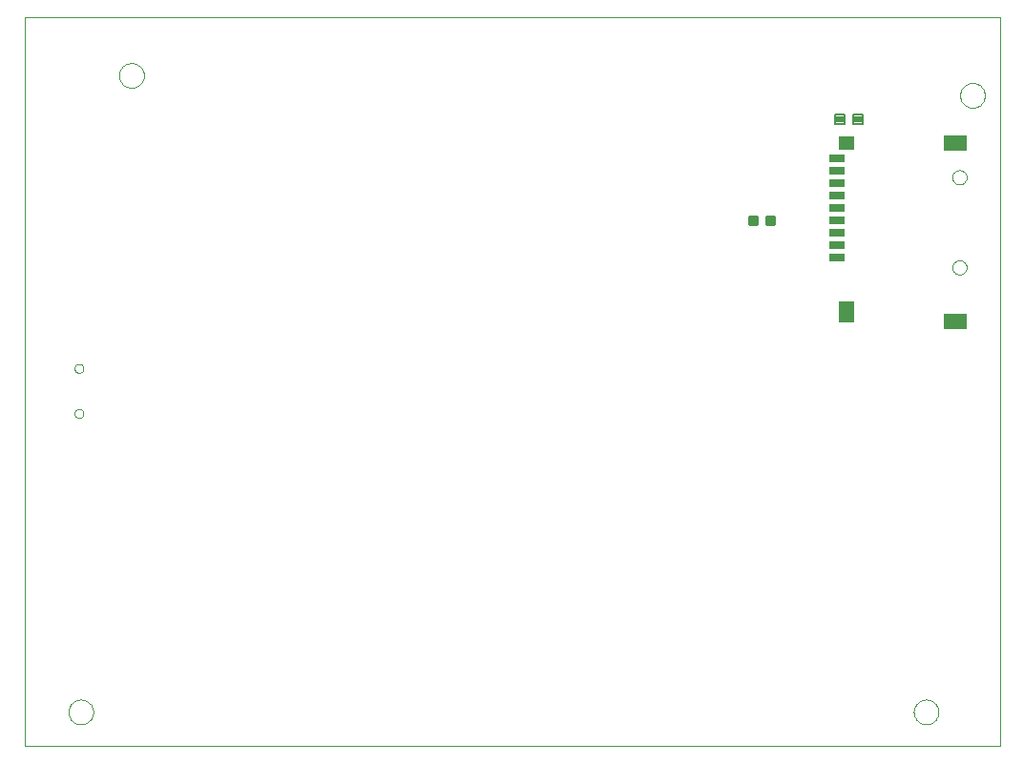
<source format=gbp>
G75*
%MOIN*%
%OFA0B0*%
%FSLAX24Y24*%
%IPPOS*%
%LPD*%
%AMOC8*
5,1,8,0,0,1.08239X$1,22.5*
%
%ADD10C,0.0000*%
%ADD11R,0.0787X0.0551*%
%ADD12R,0.0551X0.0504*%
%ADD13R,0.0551X0.0768*%
%ADD14R,0.0551X0.0276*%
%ADD15C,0.0088*%
%ADD16C,0.0079*%
D10*
X004935Y000100D02*
X004935Y025550D01*
X039007Y025550D01*
X039007Y000100D01*
X004935Y000100D01*
X006471Y001281D02*
X006473Y001322D01*
X006479Y001363D01*
X006489Y001403D01*
X006502Y001442D01*
X006519Y001479D01*
X006540Y001515D01*
X006564Y001549D01*
X006591Y001580D01*
X006620Y001608D01*
X006653Y001634D01*
X006687Y001656D01*
X006724Y001675D01*
X006762Y001690D01*
X006802Y001702D01*
X006842Y001710D01*
X006883Y001714D01*
X006925Y001714D01*
X006966Y001710D01*
X007006Y001702D01*
X007046Y001690D01*
X007084Y001675D01*
X007120Y001656D01*
X007155Y001634D01*
X007188Y001608D01*
X007217Y001580D01*
X007244Y001549D01*
X007268Y001515D01*
X007289Y001479D01*
X007306Y001442D01*
X007319Y001403D01*
X007329Y001363D01*
X007335Y001322D01*
X007337Y001281D01*
X007335Y001240D01*
X007329Y001199D01*
X007319Y001159D01*
X007306Y001120D01*
X007289Y001083D01*
X007268Y001047D01*
X007244Y001013D01*
X007217Y000982D01*
X007188Y000954D01*
X007155Y000928D01*
X007121Y000906D01*
X007084Y000887D01*
X007046Y000872D01*
X007006Y000860D01*
X006966Y000852D01*
X006925Y000848D01*
X006883Y000848D01*
X006842Y000852D01*
X006802Y000860D01*
X006762Y000872D01*
X006724Y000887D01*
X006688Y000906D01*
X006653Y000928D01*
X006620Y000954D01*
X006591Y000982D01*
X006564Y001013D01*
X006540Y001047D01*
X006519Y001083D01*
X006502Y001120D01*
X006489Y001159D01*
X006479Y001199D01*
X006473Y001240D01*
X006471Y001281D01*
X006685Y011713D02*
X006687Y011738D01*
X006693Y011762D01*
X006702Y011784D01*
X006715Y011805D01*
X006731Y011824D01*
X006750Y011840D01*
X006771Y011853D01*
X006793Y011862D01*
X006817Y011868D01*
X006842Y011870D01*
X006867Y011868D01*
X006891Y011862D01*
X006913Y011853D01*
X006934Y011840D01*
X006953Y011824D01*
X006969Y011805D01*
X006982Y011784D01*
X006991Y011762D01*
X006997Y011738D01*
X006999Y011713D01*
X006997Y011688D01*
X006991Y011664D01*
X006982Y011642D01*
X006969Y011621D01*
X006953Y011602D01*
X006934Y011586D01*
X006913Y011573D01*
X006891Y011564D01*
X006867Y011558D01*
X006842Y011556D01*
X006817Y011558D01*
X006793Y011564D01*
X006771Y011573D01*
X006750Y011586D01*
X006731Y011602D01*
X006715Y011621D01*
X006702Y011642D01*
X006693Y011664D01*
X006687Y011688D01*
X006685Y011713D01*
X006685Y013287D02*
X006687Y013312D01*
X006693Y013336D01*
X006702Y013358D01*
X006715Y013379D01*
X006731Y013398D01*
X006750Y013414D01*
X006771Y013427D01*
X006793Y013436D01*
X006817Y013442D01*
X006842Y013444D01*
X006867Y013442D01*
X006891Y013436D01*
X006913Y013427D01*
X006934Y013414D01*
X006953Y013398D01*
X006969Y013379D01*
X006982Y013358D01*
X006991Y013336D01*
X006997Y013312D01*
X006999Y013287D01*
X006997Y013262D01*
X006991Y013238D01*
X006982Y013216D01*
X006969Y013195D01*
X006953Y013176D01*
X006934Y013160D01*
X006913Y013147D01*
X006891Y013138D01*
X006867Y013132D01*
X006842Y013130D01*
X006817Y013132D01*
X006793Y013138D01*
X006771Y013147D01*
X006750Y013160D01*
X006731Y013176D01*
X006715Y013195D01*
X006702Y013216D01*
X006693Y013238D01*
X006687Y013262D01*
X006685Y013287D01*
X008242Y023525D02*
X008244Y023566D01*
X008250Y023607D01*
X008260Y023647D01*
X008273Y023686D01*
X008290Y023723D01*
X008311Y023759D01*
X008335Y023793D01*
X008362Y023824D01*
X008391Y023852D01*
X008424Y023878D01*
X008458Y023900D01*
X008495Y023919D01*
X008533Y023934D01*
X008573Y023946D01*
X008613Y023954D01*
X008654Y023958D01*
X008696Y023958D01*
X008737Y023954D01*
X008777Y023946D01*
X008817Y023934D01*
X008855Y023919D01*
X008891Y023900D01*
X008926Y023878D01*
X008959Y023852D01*
X008988Y023824D01*
X009015Y023793D01*
X009039Y023759D01*
X009060Y023723D01*
X009077Y023686D01*
X009090Y023647D01*
X009100Y023607D01*
X009106Y023566D01*
X009108Y023525D01*
X009106Y023484D01*
X009100Y023443D01*
X009090Y023403D01*
X009077Y023364D01*
X009060Y023327D01*
X009039Y023291D01*
X009015Y023257D01*
X008988Y023226D01*
X008959Y023198D01*
X008926Y023172D01*
X008892Y023150D01*
X008855Y023131D01*
X008817Y023116D01*
X008777Y023104D01*
X008737Y023096D01*
X008696Y023092D01*
X008654Y023092D01*
X008613Y023096D01*
X008573Y023104D01*
X008533Y023116D01*
X008495Y023131D01*
X008459Y023150D01*
X008424Y023172D01*
X008391Y023198D01*
X008362Y023226D01*
X008335Y023257D01*
X008311Y023291D01*
X008290Y023327D01*
X008273Y023364D01*
X008260Y023403D01*
X008250Y023443D01*
X008244Y023484D01*
X008242Y023525D01*
X037349Y019969D02*
X037351Y020000D01*
X037357Y020030D01*
X037366Y020060D01*
X037379Y020088D01*
X037396Y020114D01*
X037416Y020137D01*
X037438Y020159D01*
X037463Y020177D01*
X037490Y020192D01*
X037519Y020203D01*
X037549Y020211D01*
X037580Y020215D01*
X037610Y020215D01*
X037641Y020211D01*
X037671Y020203D01*
X037700Y020192D01*
X037727Y020177D01*
X037752Y020159D01*
X037774Y020137D01*
X037794Y020114D01*
X037811Y020088D01*
X037824Y020060D01*
X037833Y020030D01*
X037839Y020000D01*
X037841Y019969D01*
X037839Y019938D01*
X037833Y019908D01*
X037824Y019878D01*
X037811Y019850D01*
X037794Y019824D01*
X037774Y019801D01*
X037752Y019779D01*
X037727Y019761D01*
X037700Y019746D01*
X037671Y019735D01*
X037641Y019727D01*
X037610Y019723D01*
X037580Y019723D01*
X037549Y019727D01*
X037519Y019735D01*
X037490Y019746D01*
X037463Y019761D01*
X037438Y019779D01*
X037416Y019801D01*
X037396Y019824D01*
X037379Y019850D01*
X037366Y019878D01*
X037357Y019908D01*
X037351Y019938D01*
X037349Y019969D01*
X037618Y022829D02*
X037620Y022870D01*
X037626Y022911D01*
X037636Y022951D01*
X037649Y022990D01*
X037666Y023027D01*
X037687Y023063D01*
X037711Y023097D01*
X037738Y023128D01*
X037767Y023156D01*
X037800Y023182D01*
X037834Y023204D01*
X037871Y023223D01*
X037909Y023238D01*
X037949Y023250D01*
X037989Y023258D01*
X038030Y023262D01*
X038072Y023262D01*
X038113Y023258D01*
X038153Y023250D01*
X038193Y023238D01*
X038231Y023223D01*
X038267Y023204D01*
X038302Y023182D01*
X038335Y023156D01*
X038364Y023128D01*
X038391Y023097D01*
X038415Y023063D01*
X038436Y023027D01*
X038453Y022990D01*
X038466Y022951D01*
X038476Y022911D01*
X038482Y022870D01*
X038484Y022829D01*
X038482Y022788D01*
X038476Y022747D01*
X038466Y022707D01*
X038453Y022668D01*
X038436Y022631D01*
X038415Y022595D01*
X038391Y022561D01*
X038364Y022530D01*
X038335Y022502D01*
X038302Y022476D01*
X038268Y022454D01*
X038231Y022435D01*
X038193Y022420D01*
X038153Y022408D01*
X038113Y022400D01*
X038072Y022396D01*
X038030Y022396D01*
X037989Y022400D01*
X037949Y022408D01*
X037909Y022420D01*
X037871Y022435D01*
X037835Y022454D01*
X037800Y022476D01*
X037767Y022502D01*
X037738Y022530D01*
X037711Y022561D01*
X037687Y022595D01*
X037666Y022631D01*
X037649Y022668D01*
X037636Y022707D01*
X037626Y022747D01*
X037620Y022788D01*
X037618Y022829D01*
X037349Y016820D02*
X037351Y016851D01*
X037357Y016881D01*
X037366Y016911D01*
X037379Y016939D01*
X037396Y016965D01*
X037416Y016988D01*
X037438Y017010D01*
X037463Y017028D01*
X037490Y017043D01*
X037519Y017054D01*
X037549Y017062D01*
X037580Y017066D01*
X037610Y017066D01*
X037641Y017062D01*
X037671Y017054D01*
X037700Y017043D01*
X037727Y017028D01*
X037752Y017010D01*
X037774Y016988D01*
X037794Y016965D01*
X037811Y016939D01*
X037824Y016911D01*
X037833Y016881D01*
X037839Y016851D01*
X037841Y016820D01*
X037839Y016789D01*
X037833Y016759D01*
X037824Y016729D01*
X037811Y016701D01*
X037794Y016675D01*
X037774Y016652D01*
X037752Y016630D01*
X037727Y016612D01*
X037700Y016597D01*
X037671Y016586D01*
X037641Y016578D01*
X037610Y016574D01*
X037580Y016574D01*
X037549Y016578D01*
X037519Y016586D01*
X037490Y016597D01*
X037463Y016612D01*
X037438Y016630D01*
X037416Y016652D01*
X037396Y016675D01*
X037379Y016701D01*
X037366Y016729D01*
X037357Y016759D01*
X037351Y016789D01*
X037349Y016820D01*
X035998Y001281D02*
X036000Y001322D01*
X036006Y001363D01*
X036016Y001403D01*
X036029Y001442D01*
X036046Y001479D01*
X036067Y001515D01*
X036091Y001549D01*
X036118Y001580D01*
X036147Y001608D01*
X036180Y001634D01*
X036214Y001656D01*
X036251Y001675D01*
X036289Y001690D01*
X036329Y001702D01*
X036369Y001710D01*
X036410Y001714D01*
X036452Y001714D01*
X036493Y001710D01*
X036533Y001702D01*
X036573Y001690D01*
X036611Y001675D01*
X036647Y001656D01*
X036682Y001634D01*
X036715Y001608D01*
X036744Y001580D01*
X036771Y001549D01*
X036795Y001515D01*
X036816Y001479D01*
X036833Y001442D01*
X036846Y001403D01*
X036856Y001363D01*
X036862Y001322D01*
X036864Y001281D01*
X036862Y001240D01*
X036856Y001199D01*
X036846Y001159D01*
X036833Y001120D01*
X036816Y001083D01*
X036795Y001047D01*
X036771Y001013D01*
X036744Y000982D01*
X036715Y000954D01*
X036682Y000928D01*
X036648Y000906D01*
X036611Y000887D01*
X036573Y000872D01*
X036533Y000860D01*
X036493Y000852D01*
X036452Y000848D01*
X036410Y000848D01*
X036369Y000852D01*
X036329Y000860D01*
X036289Y000872D01*
X036251Y000887D01*
X036215Y000906D01*
X036180Y000928D01*
X036147Y000954D01*
X036118Y000982D01*
X036091Y001013D01*
X036067Y001047D01*
X036046Y001083D01*
X036029Y001120D01*
X036016Y001159D01*
X036006Y001199D01*
X036000Y001240D01*
X035998Y001281D01*
D11*
X037437Y014930D03*
X037437Y021150D03*
D12*
X033658Y021174D03*
D13*
X033658Y015274D03*
D14*
X033315Y017174D03*
X033315Y017607D03*
X033315Y018040D03*
X033315Y018473D03*
X033315Y018906D03*
X033315Y019339D03*
X033315Y019772D03*
X033315Y020205D03*
X033315Y020638D03*
D15*
X031106Y018329D02*
X030844Y018329D01*
X030844Y018591D01*
X031106Y018591D01*
X031106Y018329D01*
X031106Y018416D02*
X030844Y018416D01*
X030844Y018503D02*
X031106Y018503D01*
X031106Y018590D02*
X030844Y018590D01*
X030506Y018329D02*
X030244Y018329D01*
X030244Y018591D01*
X030506Y018591D01*
X030506Y018329D01*
X030506Y018416D02*
X030244Y018416D01*
X030244Y018503D02*
X030506Y018503D01*
X030506Y018590D02*
X030244Y018590D01*
D16*
X033262Y021842D02*
X033578Y021842D01*
X033262Y021842D02*
X033262Y022158D01*
X033578Y022158D01*
X033578Y021842D01*
X033578Y021920D02*
X033262Y021920D01*
X033262Y021998D02*
X033578Y021998D01*
X033578Y022076D02*
X033262Y022076D01*
X033262Y022154D02*
X033578Y022154D01*
X033892Y021842D02*
X034208Y021842D01*
X033892Y021842D02*
X033892Y022158D01*
X034208Y022158D01*
X034208Y021842D01*
X034208Y021920D02*
X033892Y021920D01*
X033892Y021998D02*
X034208Y021998D01*
X034208Y022076D02*
X033892Y022076D01*
X033892Y022154D02*
X034208Y022154D01*
M02*

</source>
